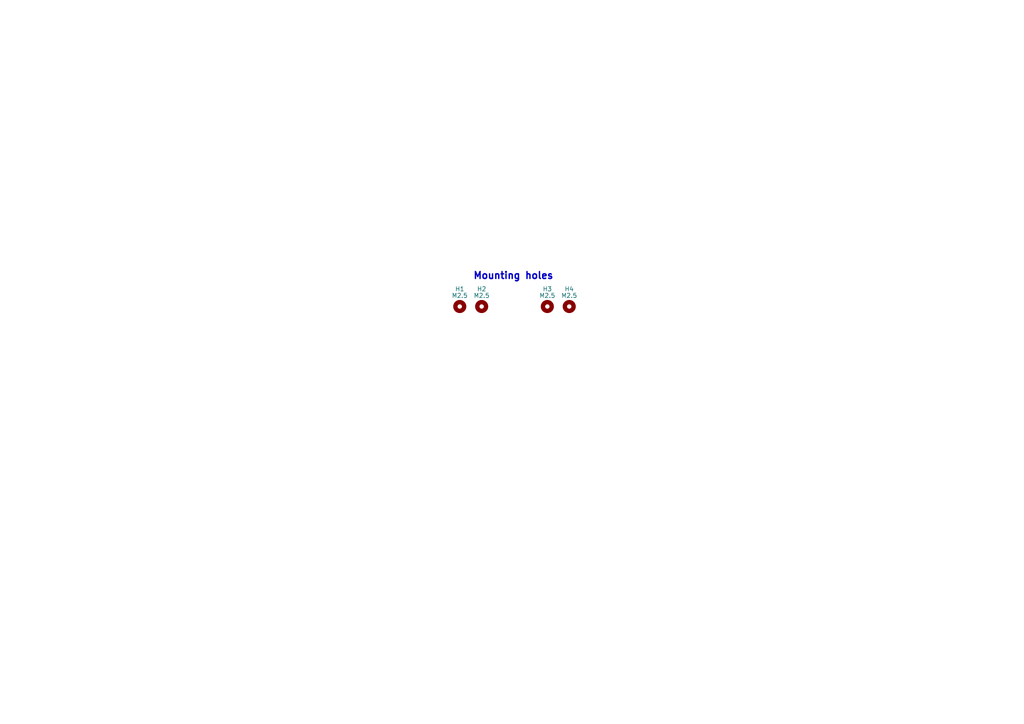
<source format=kicad_sch>
(kicad_sch (version 20230121) (generator eeschema)
  (paper "A4")
  (title_block (title "Eight by Six keyboard — the plate") (date "2024-09-11") (rev "v1.0.0") (company "Sporniket") (comment 3 "https://github.com/sporniket/eight-by-six-keyboard-plate") (comment 4 "Original repository :"))
  (lib_symbols
    (symbol "Mechanical:MountingHole" (pin_names (offset 1.016))
      (property "Reference" "H" (at 0 5.08 0))
      (property "Value" "MountingHole" (at 0 3.175 0))
      (symbol "MountingHole_0_1"
        (circle (center 0 0) (radius 1.27) (stroke (width 1.27)))
      )
    )
  )
  (text "Mounting holes" (at 137.16 81.28 0) (effects (font (size 2 2) (thickness 0.4) bold) (justify left bottom)))
  (symbol (lib_id "Mechanical:MountingHole") (at 139.7 88.9 0) (unit 1)
    (property "Reference" "H2" (at 139.7 83.82 0))
    (property "Value" "M2.5" (at 139.7 85.725 0))
    (property "Footprint" "MountingHole:MountingHole_2.7mm_M2.5" (effects hide))
  )
  (symbol (lib_id "Mechanical:MountingHole") (at 133.35 88.9 0) (unit 1)
    (property "Reference" "H1" (at 133.35 83.82 0))
    (property "Value" "M2.5" (at 133.35 85.725 0))
    (property "Footprint" "MountingHole:MountingHole_2.7mm_M2.5" (effects hide))
  )
  (symbol (lib_id "Mechanical:MountingHole") (at 158.75 88.9 0) (unit 1)
    (property "Reference" "H3" (at 158.75 83.82 0))
    (property "Value" "M2.5" (at 158.75 85.725 0))
    (property "Footprint" "MountingHole:MountingHole_2.7mm_M2.5" (effects hide))
  )
  (symbol (lib_id "Mechanical:MountingHole") (at 165.1 88.9 0) (unit 1)
    (property "Reference" "H4" (at 165.1 83.82 0))
    (property "Value" "M2.5" (at 165.1 85.725 0))
    (property "Footprint" "MountingHole:MountingHole_2.7mm_M2.5" (effects hide))
  )
)
</source>
